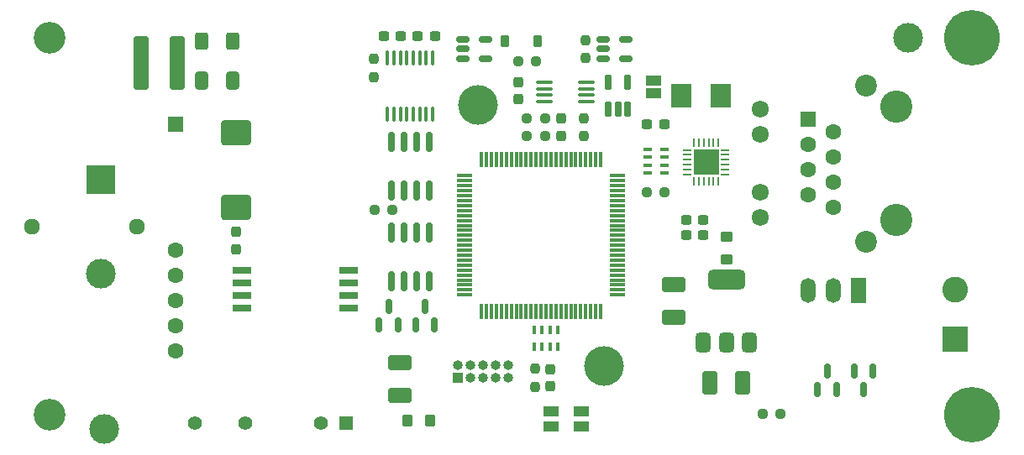
<source format=gbr>
G04 #@! TF.GenerationSoftware,KiCad,Pcbnew,8.0.1*
G04 #@! TF.CreationDate,2024-04-28T13:44:55+02:00*
G04 #@! TF.ProjectId,ETH1ISO224,45544831-4953-44f3-9232-342e6b696361,rev?*
G04 #@! TF.SameCoordinates,Original*
G04 #@! TF.FileFunction,Soldermask,Top*
G04 #@! TF.FilePolarity,Negative*
%FSLAX46Y46*%
G04 Gerber Fmt 4.6, Leading zero omitted, Abs format (unit mm)*
G04 Created by KiCad (PCBNEW 8.0.1) date 2024-04-28 13:44:55*
%MOMM*%
%LPD*%
G01*
G04 APERTURE LIST*
G04 Aperture macros list*
%AMRoundRect*
0 Rectangle with rounded corners*
0 $1 Rounding radius*
0 $2 $3 $4 $5 $6 $7 $8 $9 X,Y pos of 4 corners*
0 Add a 4 corners polygon primitive as box body*
4,1,4,$2,$3,$4,$5,$6,$7,$8,$9,$2,$3,0*
0 Add four circle primitives for the rounded corners*
1,1,$1+$1,$2,$3*
1,1,$1+$1,$4,$5*
1,1,$1+$1,$6,$7*
1,1,$1+$1,$8,$9*
0 Add four rect primitives between the rounded corners*
20,1,$1+$1,$2,$3,$4,$5,0*
20,1,$1+$1,$4,$5,$6,$7,0*
20,1,$1+$1,$6,$7,$8,$9,0*
20,1,$1+$1,$8,$9,$2,$3,0*%
%AMFreePoly0*
4,1,29,0.178017,0.779942,0.347107,0.720775,0.498792,0.625465,0.625465,0.498792,0.720775,0.347107,0.779942,0.178017,0.800000,0.000000,0.779942,-0.178017,0.720775,-0.347107,0.625465,-0.498792,0.498792,-0.625465,0.347107,-0.720775,0.178017,-0.779942,0.000000,-0.800000,-0.178017,-0.779942,-0.347107,-0.720775,-0.498792,-0.625465,-0.625465,-0.498792,-0.720775,-0.347107,-0.779942,-0.178017,
-0.800000,0.000000,-0.779942,0.178017,-0.720775,0.347107,-0.625465,0.498792,-0.498792,0.625465,-0.347107,0.720775,-0.178017,0.779942,0.000000,0.800000,0.178017,0.779942,0.178017,0.779942,$1*%
G04 Aperture macros list end*
%ADD10RoundRect,0.150000X-0.512500X-0.150000X0.512500X-0.150000X0.512500X0.150000X-0.512500X0.150000X0*%
%ADD11RoundRect,0.237500X0.237500X-0.250000X0.237500X0.250000X-0.237500X0.250000X-0.237500X-0.250000X0*%
%ADD12R,0.400000X0.900000*%
%ADD13C,3.000000*%
%ADD14R,0.900000X0.400000*%
%ADD15RoundRect,0.250000X-0.400000X-0.625000X0.400000X-0.625000X0.400000X0.625000X-0.400000X0.625000X0*%
%ADD16R,2.600000X2.600000*%
%ADD17C,2.600000*%
%ADD18R,2.000000X2.400000*%
%ADD19RoundRect,0.250001X0.924999X-0.499999X0.924999X0.499999X-0.924999X0.499999X-0.924999X-0.499999X0*%
%ADD20RoundRect,0.250000X0.275000X0.350000X-0.275000X0.350000X-0.275000X-0.350000X0.275000X-0.350000X0*%
%ADD21C,4.000000*%
%ADD22RoundRect,0.150000X0.150000X-0.587500X0.150000X0.587500X-0.150000X0.587500X-0.150000X-0.587500X0*%
%ADD23R,1.500000X1.000000*%
%ADD24RoundRect,0.162500X0.162500X-0.617500X0.162500X0.617500X-0.162500X0.617500X-0.162500X-0.617500X0*%
%ADD25C,1.400000*%
%ADD26R,1.400000X1.400000*%
%ADD27C,1.600000*%
%ADD28RoundRect,0.222222X-0.577778X0.577778X-0.577778X-0.577778X0.577778X-0.577778X0.577778X0.577778X0*%
%ADD29R,1.000000X1.000000*%
%ADD30O,1.000000X1.000000*%
%ADD31R,1.500000X1.100000*%
%ADD32RoundRect,0.237500X-0.300000X-0.237500X0.300000X-0.237500X0.300000X0.237500X-0.300000X0.237500X0*%
%ADD33C,3.250000*%
%ADD34RoundRect,0.248000X0.552000X-0.552000X0.552000X0.552000X-0.552000X0.552000X-0.552000X-0.552000X0*%
%ADD35C,1.720000*%
%ADD36C,2.200000*%
%ADD37C,3.200000*%
%ADD38RoundRect,0.150000X0.150000X-0.825000X0.150000X0.825000X-0.150000X0.825000X-0.150000X-0.825000X0*%
%ADD39RoundRect,0.237500X-0.237500X0.300000X-0.237500X-0.300000X0.237500X-0.300000X0.237500X0.300000X0*%
%ADD40RoundRect,0.250000X-0.350000X0.275000X-0.350000X-0.275000X0.350000X-0.275000X0.350000X0.275000X0*%
%ADD41RoundRect,0.075000X-0.075000X0.725000X-0.075000X-0.725000X0.075000X-0.725000X0.075000X0.725000X0*%
%ADD42RoundRect,0.075000X-0.725000X0.075000X-0.725000X-0.075000X0.725000X-0.075000X0.725000X0.075000X0*%
%ADD43RoundRect,0.237500X0.300000X0.237500X-0.300000X0.237500X-0.300000X-0.237500X0.300000X-0.237500X0*%
%ADD44R,1.500000X2.500000*%
%ADD45O,1.500000X2.500000*%
%ADD46RoundRect,0.237500X0.250000X0.237500X-0.250000X0.237500X-0.250000X-0.237500X0.250000X-0.237500X0*%
%ADD47RoundRect,0.250000X-0.412500X-0.650000X0.412500X-0.650000X0.412500X0.650000X-0.412500X0.650000X0*%
%ADD48RoundRect,0.237500X-0.237500X0.250000X-0.237500X-0.250000X0.237500X-0.250000X0.237500X0.250000X0*%
%ADD49R,1.905000X0.640000*%
%ADD50FreePoly0,270.000000*%
%ADD51R,3.000000X3.000000*%
%ADD52RoundRect,0.150000X-0.150000X0.587500X-0.150000X-0.587500X0.150000X-0.587500X0.150000X0.587500X0*%
%ADD53C,5.600000*%
%ADD54RoundRect,0.237500X-0.250000X-0.237500X0.250000X-0.237500X0.250000X0.237500X-0.250000X0.237500X0*%
%ADD55RoundRect,0.237500X0.237500X-0.300000X0.237500X0.300000X-0.237500X0.300000X-0.237500X-0.300000X0*%
%ADD56RoundRect,0.250001X0.499999X0.924999X-0.499999X0.924999X-0.499999X-0.924999X0.499999X-0.924999X0*%
%ADD57RoundRect,0.375000X0.375000X-0.625000X0.375000X0.625000X-0.375000X0.625000X-0.375000X-0.625000X0*%
%ADD58RoundRect,0.500000X1.400000X-0.500000X1.400000X0.500000X-1.400000X0.500000X-1.400000X-0.500000X0*%
%ADD59RoundRect,0.225000X-0.225000X-0.375000X0.225000X-0.375000X0.225000X0.375000X-0.225000X0.375000X0*%
%ADD60RoundRect,0.250001X-0.924999X0.499999X-0.924999X-0.499999X0.924999X-0.499999X0.924999X0.499999X0*%
%ADD61RoundRect,0.062500X-0.062500X0.375000X-0.062500X-0.375000X0.062500X-0.375000X0.062500X0.375000X0*%
%ADD62RoundRect,0.062500X-0.375000X0.062500X-0.375000X-0.062500X0.375000X-0.062500X0.375000X0.062500X0*%
%ADD63R,2.500000X2.500000*%
%ADD64RoundRect,0.400000X0.400000X2.350000X-0.400000X2.350000X-0.400000X-2.350000X0.400000X-2.350000X0*%
%ADD65RoundRect,0.100000X-0.712500X-0.100000X0.712500X-0.100000X0.712500X0.100000X-0.712500X0.100000X0*%
%ADD66RoundRect,0.250000X-1.250000X1.000000X-1.250000X-1.000000X1.250000X-1.000000X1.250000X1.000000X0*%
%ADD67RoundRect,0.100000X0.100000X-0.637500X0.100000X0.637500X-0.100000X0.637500X-0.100000X-0.637500X0*%
G04 APERTURE END LIST*
D10*
G04 #@! TO.C,U208*
X159771500Y-68646000D03*
X159771500Y-69596000D03*
X159771500Y-70546000D03*
X162046500Y-70546000D03*
X162046500Y-68646000D03*
G04 #@! TD*
D11*
G04 #@! TO.C,R214*
X157988000Y-70508500D03*
X157988000Y-68683500D03*
G04 #@! TD*
D12*
G04 #@! TO.C,RN401*
X155251000Y-97956000D03*
X154451000Y-97956000D03*
X153651000Y-97956000D03*
X152851000Y-97956000D03*
X152851000Y-99656000D03*
X153651000Y-99656000D03*
X154451000Y-99656000D03*
X155251000Y-99656000D03*
G04 #@! TD*
D13*
G04 #@! TO.C,FID103*
X190500000Y-68453000D03*
G04 #@! TD*
D14*
G04 #@! TO.C,RN501*
X164250000Y-79699000D03*
X164250000Y-80499000D03*
X164250000Y-81299000D03*
X164250000Y-82099000D03*
X165950000Y-82099000D03*
X165950000Y-81299000D03*
X165950000Y-80499000D03*
X165950000Y-79699000D03*
G04 #@! TD*
D15*
G04 #@! TO.C,R204*
X119354000Y-68834000D03*
X122454000Y-68834000D03*
G04 #@! TD*
D16*
G04 #@! TO.C,J301*
X195250000Y-98893000D03*
D17*
X195250000Y-93893000D03*
G04 #@! TD*
D18*
G04 #@! TO.C,Y501*
X171672000Y-74295000D03*
X167672000Y-74295000D03*
G04 #@! TD*
D19*
G04 #@! TO.C,C219*
X139319000Y-104495000D03*
X139319000Y-101245000D03*
G04 #@! TD*
D20*
G04 #@! TO.C,FB201*
X140074000Y-107061000D03*
X142374000Y-107061000D03*
G04 #@! TD*
D21*
G04 #@! TO.C,HS101*
X159863000Y-101552000D03*
X147223000Y-75232000D03*
G04 #@! TD*
D22*
G04 #@! TO.C,Q302*
X181422000Y-103934500D03*
X183322000Y-103934500D03*
X182372000Y-102059500D03*
G04 #@! TD*
D23*
G04 #@! TO.C,JP401*
X164846000Y-72756000D03*
X164846000Y-74056000D03*
G04 #@! TD*
D24*
G04 #@! TO.C,U402*
X160340000Y-75645000D03*
X161290000Y-75645000D03*
X162240000Y-75645000D03*
X162240000Y-72945000D03*
X160340000Y-72945000D03*
G04 #@! TD*
D13*
G04 #@! TO.C,FID101*
X109474000Y-107950000D03*
G04 #@! TD*
D25*
G04 #@! TO.C,U202*
X118618000Y-107366000D03*
X123698000Y-107366000D03*
X131318000Y-107366000D03*
D26*
X133858000Y-107366000D03*
G04 #@! TD*
D27*
G04 #@! TO.C,RN201*
X116713000Y-100076000D03*
X116713000Y-97536000D03*
X116713000Y-94996000D03*
X116713000Y-92456000D03*
X116713000Y-89916000D03*
D28*
X116713000Y-77216000D03*
G04 #@! TD*
D29*
G04 #@! TO.C,J401*
X145151000Y-102733000D03*
D30*
X145151000Y-101463000D03*
X146421000Y-102733000D03*
X146421000Y-101463000D03*
X147691000Y-102733000D03*
X147691000Y-101463000D03*
X148961000Y-102733000D03*
X148961000Y-101463000D03*
X150231000Y-102733000D03*
X150231000Y-101463000D03*
G04 #@! TD*
D31*
G04 #@! TO.C,D401*
X157583000Y-107684000D03*
X154583000Y-107684000D03*
X154583000Y-106184000D03*
X157583000Y-106184000D03*
G04 #@! TD*
D32*
G04 #@! TO.C,C216*
X141123500Y-68326000D03*
X142848500Y-68326000D03*
G04 #@! TD*
D33*
G04 #@! TO.C,J501*
X189342000Y-75438000D03*
X189342000Y-86868000D03*
D34*
X180452000Y-76708000D03*
D27*
X182992000Y-77978000D03*
X180452000Y-79248000D03*
X182992000Y-80518000D03*
X180452000Y-81788000D03*
X182992000Y-83058000D03*
X180452000Y-84328000D03*
X182992000Y-85598000D03*
D35*
X175622000Y-75688000D03*
X175622000Y-78228000D03*
X175622000Y-84078000D03*
X175622000Y-86618000D03*
D36*
X186292000Y-73253000D03*
X186292000Y-89053000D03*
G04 #@! TD*
D37*
G04 #@! TO.C,H102*
X104000000Y-106500000D03*
G04 #@! TD*
D11*
G04 #@! TO.C,R405*
X152908000Y-103655500D03*
X152908000Y-101830500D03*
G04 #@! TD*
D38*
G04 #@! TO.C,U203*
X138430000Y-83882000D03*
X139700000Y-83882000D03*
X140970000Y-83882000D03*
X142240000Y-83882000D03*
X142240000Y-78932000D03*
X140970000Y-78932000D03*
X139700000Y-78932000D03*
X138430000Y-78932000D03*
G04 #@! TD*
D39*
G04 #@! TO.C,C415*
X154432000Y-101880500D03*
X154432000Y-103605500D03*
G04 #@! TD*
D40*
G04 #@! TO.C,FB501*
X172212000Y-88512000D03*
X172212000Y-90812000D03*
G04 #@! TD*
D39*
G04 #@! TO.C,C205*
X122809000Y-88037500D03*
X122809000Y-89762500D03*
G04 #@! TD*
D10*
G04 #@! TO.C,U207*
X147949500Y-68646000D03*
X147949500Y-70546000D03*
X145674500Y-70546000D03*
X145674500Y-69596000D03*
X145674500Y-68646000D03*
G04 #@! TD*
D41*
G04 #@! TO.C,U403*
X159543000Y-80717000D03*
X159043000Y-80717000D03*
X158543000Y-80717000D03*
X158043000Y-80717000D03*
X157543000Y-80717000D03*
X157043000Y-80717000D03*
X156543000Y-80717000D03*
X156043000Y-80717000D03*
X155543000Y-80717000D03*
X155043000Y-80717000D03*
X154543000Y-80717000D03*
X154043000Y-80717000D03*
X153543000Y-80717000D03*
X153043000Y-80717000D03*
X152543000Y-80717000D03*
X152043000Y-80717000D03*
X151543000Y-80717000D03*
X151043000Y-80717000D03*
X150543000Y-80717000D03*
X150043000Y-80717000D03*
X149543000Y-80717000D03*
X149043000Y-80717000D03*
X148543000Y-80717000D03*
X148043000Y-80717000D03*
X147543000Y-80717000D03*
D42*
X145868000Y-82392000D03*
X145868000Y-82892000D03*
X145868000Y-83392000D03*
X145868000Y-83892000D03*
X145868000Y-84392000D03*
X145868000Y-84892000D03*
X145868000Y-85392000D03*
X145868000Y-85892000D03*
X145868000Y-86392000D03*
X145868000Y-86892000D03*
X145868000Y-87392000D03*
X145868000Y-87892000D03*
X145868000Y-88392000D03*
X145868000Y-88892000D03*
X145868000Y-89392000D03*
X145868000Y-89892000D03*
X145868000Y-90392000D03*
X145868000Y-90892000D03*
X145868000Y-91392000D03*
X145868000Y-91892000D03*
X145868000Y-92392000D03*
X145868000Y-92892000D03*
X145868000Y-93392000D03*
X145868000Y-93892000D03*
X145868000Y-94392000D03*
D41*
X147543000Y-96067000D03*
X148043000Y-96067000D03*
X148543000Y-96067000D03*
X149043000Y-96067000D03*
X149543000Y-96067000D03*
X150043000Y-96067000D03*
X150543000Y-96067000D03*
X151043000Y-96067000D03*
X151543000Y-96067000D03*
X152043000Y-96067000D03*
X152543000Y-96067000D03*
X153043000Y-96067000D03*
X153543000Y-96067000D03*
X154043000Y-96067000D03*
X154543000Y-96067000D03*
X155043000Y-96067000D03*
X155543000Y-96067000D03*
X156043000Y-96067000D03*
X156543000Y-96067000D03*
X157043000Y-96067000D03*
X157543000Y-96067000D03*
X158043000Y-96067000D03*
X158543000Y-96067000D03*
X159043000Y-96067000D03*
X159543000Y-96067000D03*
D42*
X161218000Y-94392000D03*
X161218000Y-93892000D03*
X161218000Y-93392000D03*
X161218000Y-92892000D03*
X161218000Y-92392000D03*
X161218000Y-91892000D03*
X161218000Y-91392000D03*
X161218000Y-90892000D03*
X161218000Y-90392000D03*
X161218000Y-89892000D03*
X161218000Y-89392000D03*
X161218000Y-88892000D03*
X161218000Y-88392000D03*
X161218000Y-87892000D03*
X161218000Y-87392000D03*
X161218000Y-86892000D03*
X161218000Y-86392000D03*
X161218000Y-85892000D03*
X161218000Y-85392000D03*
X161218000Y-84892000D03*
X161218000Y-84392000D03*
X161218000Y-83892000D03*
X161218000Y-83392000D03*
X161218000Y-82892000D03*
X161218000Y-82392000D03*
G04 #@! TD*
D37*
G04 #@! TO.C,H101*
X104000000Y-68500000D03*
G04 #@! TD*
D43*
G04 #@! TO.C,C503*
X165962500Y-77216000D03*
X164237500Y-77216000D03*
G04 #@! TD*
D44*
G04 #@! TO.C,U301*
X185566500Y-93948500D03*
D45*
X183026500Y-93948500D03*
X180486500Y-93948500D03*
G04 #@! TD*
D46*
G04 #@! TO.C,R403*
X153947500Y-76581000D03*
X152122500Y-76581000D03*
G04 #@! TD*
D47*
G04 #@! TO.C,C201*
X119341500Y-72771000D03*
X122466500Y-72771000D03*
G04 #@! TD*
D48*
G04 #@! TO.C,R220*
X136652000Y-70588500D03*
X136652000Y-72413500D03*
G04 #@! TD*
D39*
G04 #@! TO.C,C413*
X155575000Y-76607500D03*
X155575000Y-78332500D03*
G04 #@! TD*
D49*
G04 #@! TO.C,U201*
X123430500Y-91948000D03*
X123430500Y-93218000D03*
X123430500Y-94488000D03*
X123430500Y-95758000D03*
X134125500Y-95758000D03*
X134125500Y-94488000D03*
X134125500Y-93218000D03*
X134125500Y-91948000D03*
G04 #@! TD*
D50*
G04 #@! TO.C,J201*
X112770000Y-87500000D03*
X102270000Y-87500000D03*
D51*
X109170000Y-82740000D03*
D13*
X109170000Y-92260000D03*
G04 #@! TD*
D52*
G04 #@! TO.C,Q301*
X187005000Y-102059500D03*
X185105000Y-102059500D03*
X186055000Y-103934500D03*
G04 #@! TD*
D53*
G04 #@! TO.C,H104*
X197000000Y-106500000D03*
G04 #@! TD*
D22*
G04 #@! TO.C,RN202*
X140909000Y-97434000D03*
X142809000Y-97434000D03*
X141859000Y-95559000D03*
G04 #@! TD*
D54*
G04 #@! TO.C,R219*
X151233500Y-70866000D03*
X153058500Y-70866000D03*
G04 #@! TD*
D43*
G04 #@! TO.C,C213*
X139419500Y-68326000D03*
X137694500Y-68326000D03*
G04 #@! TD*
D46*
G04 #@! TO.C,R215*
X138580500Y-85852000D03*
X136755500Y-85852000D03*
G04 #@! TD*
D55*
G04 #@! TO.C,C407*
X151257000Y-74649500D03*
X151257000Y-72924500D03*
G04 #@! TD*
D53*
G04 #@! TO.C,H103*
X197000000Y-68500000D03*
G04 #@! TD*
D56*
G04 #@! TO.C,C303*
X173837000Y-103251000D03*
X170587000Y-103251000D03*
G04 #@! TD*
D57*
G04 #@! TO.C,U302*
X169912000Y-99162000D03*
X172212000Y-99162000D03*
D58*
X172212000Y-92862000D03*
D57*
X174512000Y-99162000D03*
G04 #@! TD*
D59*
G04 #@! TO.C,D201*
X149861000Y-68834000D03*
X153161000Y-68834000D03*
G04 #@! TD*
D60*
G04 #@! TO.C,C305*
X166878000Y-93371000D03*
X166878000Y-96621000D03*
G04 #@! TD*
D46*
G04 #@! TO.C,R301*
X177696500Y-106426000D03*
X175871500Y-106426000D03*
G04 #@! TD*
D61*
G04 #@! TO.C,U501*
X171430000Y-79088500D03*
X170930000Y-79088500D03*
X170430000Y-79088500D03*
X169930000Y-79088500D03*
X169430000Y-79088500D03*
X168930000Y-79088500D03*
D62*
X168242500Y-79776000D03*
X168242500Y-80276000D03*
X168242500Y-80776000D03*
X168242500Y-81276000D03*
X168242500Y-81776000D03*
X168242500Y-82276000D03*
D61*
X168930000Y-82963500D03*
X169430000Y-82963500D03*
X169930000Y-82963500D03*
X170430000Y-82963500D03*
X170930000Y-82963500D03*
X171430000Y-82963500D03*
D62*
X172117500Y-82276000D03*
X172117500Y-81776000D03*
X172117500Y-81276000D03*
X172117500Y-80776000D03*
X172117500Y-80276000D03*
X172117500Y-79776000D03*
D63*
X170180000Y-81026000D03*
G04 #@! TD*
D46*
G04 #@! TO.C,R404*
X153947500Y-78359000D03*
X152122500Y-78359000D03*
G04 #@! TD*
D64*
G04 #@! TO.C,E201*
X116912000Y-70993000D03*
X113212000Y-70993000D03*
G04 #@! TD*
D65*
G04 #@! TO.C,U401*
X153843500Y-72939000D03*
X153843500Y-73589000D03*
X153843500Y-74239000D03*
X153843500Y-74889000D03*
X158068500Y-74889000D03*
X158068500Y-74239000D03*
X158068500Y-73589000D03*
X158068500Y-72939000D03*
G04 #@! TD*
D48*
G04 #@! TO.C,R401*
X157861000Y-76557500D03*
X157861000Y-78382500D03*
G04 #@! TD*
D66*
G04 #@! TO.C,RV201*
X122809000Y-78038000D03*
X122809000Y-85538000D03*
G04 #@! TD*
D38*
G04 #@! TO.C,U205*
X138430000Y-93026000D03*
X139700000Y-93026000D03*
X140970000Y-93026000D03*
X142240000Y-93026000D03*
X142240000Y-88076000D03*
X140970000Y-88076000D03*
X139700000Y-88076000D03*
X138430000Y-88076000D03*
G04 #@! TD*
D22*
G04 #@! TO.C,RN203*
X137226000Y-97434000D03*
X139126000Y-97434000D03*
X138176000Y-95559000D03*
G04 #@! TD*
D43*
G04 #@! TO.C,C508*
X169899500Y-88392000D03*
X168174500Y-88392000D03*
G04 #@! TD*
D54*
G04 #@! TO.C,R501*
X164187500Y-84074000D03*
X166012500Y-84074000D03*
G04 #@! TD*
D43*
G04 #@! TO.C,C507*
X169899500Y-86868000D03*
X168174500Y-86868000D03*
G04 #@! TD*
D67*
G04 #@! TO.C,U204*
X138060000Y-76208000D03*
X138710000Y-76208000D03*
X139360000Y-76208000D03*
X140010000Y-76208000D03*
X140660000Y-76208000D03*
X141310000Y-76208000D03*
X141960000Y-76208000D03*
X142610000Y-76208000D03*
X142610000Y-70483000D03*
X141960000Y-70483000D03*
X141310000Y-70483000D03*
X140660000Y-70483000D03*
X140010000Y-70483000D03*
X139360000Y-70483000D03*
X138710000Y-70483000D03*
X138060000Y-70483000D03*
G04 #@! TD*
M02*

</source>
